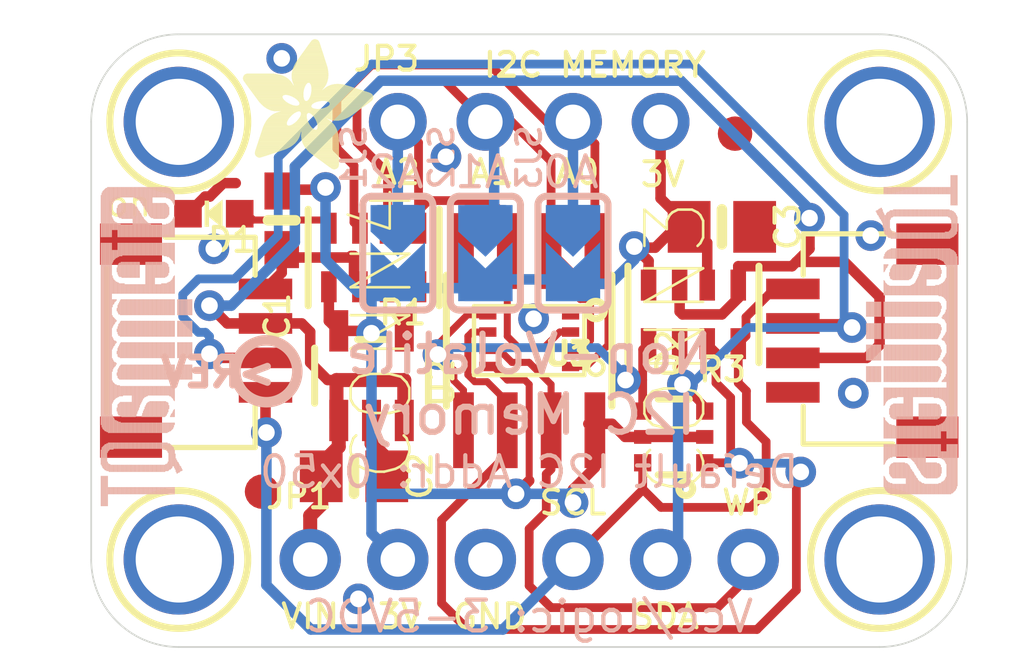
<source format=kicad_pcb>
(kicad_pcb (version 20211014) (generator pcbnew)
  (layers (0 "F.Cu" signal) (31 "B.Cu" signal) (34 "B.Paste" user) (35 "F.Paste" user) (36 "B.SilkS" user "B.Silkscreen") (37 "F.SilkS" user "F.Silkscreen") (38 "B.Mask" user) (39 "F.Mask" user) (44 "Edge.Cuts" user))
  (net 0 "")
  (net 1 "GND")
  (net 2 "SDA")
  (net 3 "SCL")
  (net 4 "SCL_3V")
  (net 5 "SDA_3V")
  (net 6 "3.3V")
  (net 7 "VCC")
  (net 8 "N$1")
  (net 9 "WP")
  (net 10 "A2")
  (net 11 "A1")
  (net 12 "A0")
  (footprint "boardEagle:0603-NO" (layer "F.Cu") (at 141.325599 101.5111 -90)
    (fp_text reference "C1" (at 2.032 0.127 90) (layer "F.SilkS") (effects (font (size 0.692831 0.692831) (thickness 0.119969)) (justify right)))
    (fp_text value "0.1uF")
    (pad "1" smd rect (at -0.85 0 270) (size 1.075 1) (layers "F.Cu" "F.Paste" "F.Mask") (net 6 "3.3V"))
    (pad "2" smd rect (at 0.85 0 270) (size 1.075 1) (layers "F.Cu" "F.Paste" "F.Mask") (net 1 "GND"))
  )
  (footprint "boardEagle:1X04_ROUND" (layer "F.Cu") (at 148.501099 98.6536)
    (fp_text reference "JP3" (at -5.1562 -1.8288) (layer "F.SilkS") (effects (font (size 0.692831 0.692831) (thickness 0.119969)) (justify left)))
    (fp_text value "")
    (pad "1" thru_hole circle (at -3.81 0 90) (size 1.6764 1.6764) (drill 1) (layers *.Cu *.Mask) (net 10 "A2"))
    (pad "2" thru_hole circle (at -1.27 0 90) (size 1.6764 1.6764) (drill 1) (layers *.Cu *.Mask) (net 11 "A1"))
    (pad "3" thru_hole circle (at 1.27 0 90) (size 1.6764 1.6764) (drill 1) (layers *.Cu *.Mask) (net 12 "A0"))
    (pad "4" thru_hole circle (at 3.81 0 90) (size 1.6764 1.6764) (drill 1) (layers *.Cu *.Mask) (net 6 "3.3V"))
  )
  (footprint "boardEagle:FIDUCIAL_1MM" (layer "F.Cu") (at 154.470099 98.9965)
    (fp_text reference "FID4" hide)
    (fp_text value "FIDUCIAL_1MM" hide)
    (pad "1" smd roundrect (at 0 0) (size 1 1) (layers "F.Cu" "F.Mask") (roundrect_rratio 0.5))
  )
  (footprint "boardEagle:MOUNTINGHOLE_2.5_PLATED" (layer "F.Cu") (at 158.661099 111.3536)
    (fp_text reference "U$21" hide)
    (fp_text value "MOUNTINGHOLE2.5" hide)
    (pad "P$1" thru_hole circle (at 0 0) (size 3.2 3.2) (drill 2.5) (layers *.Cu *.Mask))
  )
  (footprint "boardEagle:JST_SH4" (layer "F.Cu") (at 158.661099 105.0036 90)
    (fp_text reference "CONN3" (at -4.6 -5.9 90) (layer "F.SilkS") (effects (font (size 1.703222 1.703222) (thickness 0.074778)) (justify left)))
    (fp_text value "STEMMA_I2C_QT" hide)
    (pad "1" smd rect (at -1.5 -2.514 180) (size 1.55 0.6) (layers "F.Cu" "F.Paste" "F.Mask") (net 1 "GND"))
    (pad "2" smd rect (at -0.5 -2.514 180) (size 1.55 0.6) (layers "F.Cu" "F.Paste" "F.Mask") (net 7 "VCC"))
    (pad "3" smd rect (at 0.5 -2.514 180) (size 1.55 0.6) (layers "F.Cu" "F.Paste" "F.Mask") (net 2 "SDA"))
    (pad "4" smd rect (at 1.5 -2.514 180) (size 1.55 0.6) (layers "F.Cu" "F.Paste" "F.Mask") (net 3 "SCL"))
    (pad "MT1" smd rect (at -2.8 1.386 180) (size 1.8 1.2) (layers "F.Cu" "F.Paste" "F.Mask") (net 1 "GND"))
    (pad "MT2" smd rect (at 2.8 1.386 180) (size 1.8 1.2) (layers "F.Cu" "F.Paste" "F.Mask") (net 1 "GND"))
  )
  (footprint "boardEagle:MOUNTINGHOLE_2.5_PLATED" (layer "F.Cu") (at 138.341099 111.3536)
    (fp_text reference "U$19" hide)
    (fp_text value "MOUNTINGHOLE2.5" hide)
    (pad "P$1" thru_hole circle (at 0 0) (size 3.2 3.2) (drill 2.5) (layers *.Cu *.Mask))
  )
  (footprint "boardEagle:0805-NO" (layer "F.Cu") (at 154.089099 101.7016)
    (fp_text reference "C3" (at 1.905 -0.762 90) (layer "F.SilkS") (effects (font (size 0.692831 0.692831) (thickness 0.119969)) (justify right)))
    (fp_text value "10uF")
    (pad "1" smd rect (at -0.95 0) (size 1.24 1.5) (layers "F.Cu" "F.Paste" "F.Mask") (net 6 "3.3V"))
    (pad "2" smd rect (at 0.95 0) (size 1.24 1.5) (layers "F.Cu" "F.Paste" "F.Mask") (net 1 "GND"))
  )
  (footprint "boardEagle:MOUNTINGHOLE_2.5_PLATED" (layer "F.Cu") (at 138.341099 98.6536)
    (fp_text reference "U$1" hide)
    (fp_text value "MOUNTINGHOLE2.5" hide)
    (pad "P$1" thru_hole circle (at 0 0) (size 3.2 3.2) (drill 2.5) (layers *.Cu *.Mask))
  )
  (footprint "boardEagle:RESPACK_4X0603" (layer "F.Cu") (at 143.992599 102.5906 180)
    (fp_text reference "R1" (at -1.6 -1.6) (layer "F.SilkS") (effects (font (size 0.692831 0.692831) (thickness 0.119969)) (justify right)))
    (fp_text value "10K")
    (pad "1" smd rect (at -1.3 0.85 180) (size 0.45 0.9) (layers "F.Cu" "F.Paste" "F.Mask") (net 10 "A2"))
    (pad "2" smd rect (at -0.4 0.85 180) (size 0.45 0.9) (layers "F.Cu" "F.Paste" "F.Mask") (net 11 "A1"))
    (pad "3" smd rect (at 0.4 0.85 180) (size 0.45 0.9) (layers "F.Cu" "F.Paste" "F.Mask") (net 12 "A0"))
    (pad "4" smd rect (at 1.3 0.85 180) (size 0.45 0.9) (layers "F.Cu" "F.Paste" "F.Mask") (net 8 "N$1"))
    (pad "5" smd rect (at 1.3 -0.85 180) (size 0.45 0.9) (layers "F.Cu" "F.Paste" "F.Mask") (net 6 "3.3V"))
    (pad "6" smd rect (at 0.4 -0.85 180) (size 0.45 0.9) (layers "F.Cu" "F.Paste" "F.Mask") (net 1 "GND"))
    (pad "7" smd rect (at -0.4 -0.85 180) (size 0.45 0.9) (layers "F.Cu" "F.Paste" "F.Mask") (net 1 "GND"))
    (pad "8" smd rect (at -1.3 -0.85 180) (size 0.45 0.9) (layers "F.Cu" "F.Paste" "F.Mask") (net 1 "GND"))
  )
  (footprint "boardEagle:USON8" (layer "F.Cu") (at 148.501099 105.0036 180)
    (fp_text reference "U3" (at -1.905 -0.381) (layer "F.SilkS") (effects (font (size 0.64455 0.64455) (thickness 0.16825)) (justify right)))
    (fp_text value "Generic I2C EEPROM" hide)
    (pad "1" smd rect (at -1.2 -0.75 270) (size 0.275 0.5) (layers "F.Cu" "F.Paste" "F.Mask") (net 12 "A0"))
    (pad "2" smd rect (at -1.2 -0.25 270) (size 0.275 0.5) (layers "F.Cu" "F.Paste" "F.Mask") (net 11 "A1"))
    (pad "3" smd rect (at -1.2 0.25 270) (size 0.275 0.5) (layers "F.Cu" "F.Paste" "F.Mask") (net 10 "A2"))
    (pad "4" smd rect (at -1.2 0.75 270) (size 0.275 0.5) (layers "F.Cu" "F.Paste" "F.Mask") (net 1 "GND"))
    (pad "5" smd rect (at 1.2 0.75 270) (size 0.275 0.5) (layers "F.Cu" "F.Paste" "F.Mask") (net 5 "SDA_3V"))
    (pad "6" smd rect (at 1.2 0.25 270) (size 0.275 0.5) (layers "F.Cu" "F.Paste" "F.Mask") (net 4 "SCL_3V"))
    (pad "7" smd rect (at 1.2 -0.25 270) (size 0.275 0.5) (layers "F.Cu" "F.Paste" "F.Mask") (net 9 "WP"))
    (pad "8" smd rect (at 1.2 -0.75 270) (size 0.275 0.5) (layers "F.Cu" "F.Paste" "F.Mask") (net 6 "3.3V"))
  )
  (footprint "boardEagle:1X06_ROUND_70" (layer "F.Cu") (at 148.501099 111.3536)
    (fp_text reference "JP1" (at -7.6962 -1.8288) (layer "F.SilkS") (effects (font (size 0.692831 0.692831) (thickness 0.119969)) (justify left)))
    (fp_text value "")
    (pad "1" thru_hole circle (at -6.35 0 90) (size 1.778 1.778) (drill 1) (layers *.Cu *.Mask) (net 7 "VCC"))
    (pad "2" thru_hole circle (at -3.81 0 90) (size 1.778 1.778) (drill 1) (layers *.Cu *.Mask) (net 6 "3.3V"))
    (pad "3" thru_hole circle (at -1.27 0 90) (size 1.778 1.778) (drill 1) (layers *.Cu *.Mask) (net 1 "GND"))
    (pad "4" thru_hole circle (at 1.27 0 90) (size 1.778 1.778) (drill 1) (layers *.Cu *.Mask) (net 3 "SCL"))
    (pad "5" thru_hole circle (at 3.81 0 90) (size 1.778 1.778) (drill 1) (layers *.Cu *.Mask) (net 2 "SDA"))
    (pad "6" thru_hole circle (at 6.35 0 90) (size 1.778 1.778) (drill 1) (layers *.Cu *.Mask) (net 9 "WP"))
  )
  (footprint "boardEagle:FIDUCIAL_1MM" (layer "F.Cu") (at 140.754099 109.3851)
    (fp_text reference "FID3" hide)
    (fp_text value "FIDUCIAL_1MM" hide)
    (pad "1" smd roundrect (at 0 0) (size 1 1) (layers "F.Cu" "F.Mask") (roundrect_rratio 0.5))
  )
  (footprint "boardEagle:SOT363" (layer "F.Cu") (at 152.692099 107.7976 90)
    (fp_text reference "Q2" (at 1.651 -0.127 90) (layer "F.SilkS") (effects (font (size 0.692831 0.692831) (thickness 0.119969)) (justify left)))
    (fp_text value "BSS138")
    (pad "1" smd rect (at -0.75 0.9 90) (size 0.5 0.5) (layers "F.Cu" "F.Paste" "F.Mask") (net 4 "SCL_3V"))
    (pad "2" smd rect (at 0 0.9 90) (size 0.4 0.5) (layers "F.Cu" "F.Paste" "F.Mask") (net 6 "3.3V"))
    (pad "3" smd rect (at 0.75 0.9 90) (size 0.5 0.5) (layers "F.Cu" "F.Paste" "F.Mask") (net 2 "SDA"))
    (pad "4" smd rect (at 0.75 -0.9 90) (size 0.5 0.5) (layers "F.Cu" "F.Paste" "F.Mask") (net 5 "SDA_3V"))
    (pad "5" smd rect (at 0 -0.9 90) (size 0.4 0.5) (layers "F.Cu" "F.Paste" "F.Mask") (net 6 "3.3V"))
    (pad "6" smd rect (at -0.75 -0.9 90) (size 0.5 0.5) (layers "F.Cu" "F.Paste" "F.Mask") (net 3 "SCL"))
  )
  (footprint "boardEagle:MOUNTINGHOLE_2.5_PLATED" (layer "F.Cu") (at 158.661099 98.6536)
    (fp_text reference "U$17" hide)
    (fp_text value "MOUNTINGHOLE2.5" hide)
    (pad "P$1" thru_hole circle (at 0 0) (size 3.2 3.2) (drill 2.5) (layers *.Cu *.Mask))
  )
  (footprint "boardEagle:JST_SH4" (layer "F.Cu") (at 138.341099 105.0036 -90)
    (fp_text reference "CONN4" (at -4.6 -5.9 90) (layer "F.SilkS") (effects (font (size 1.703222 1.703222) (thickness 0.074778)) (justify right)))
    (fp_text value "STEMMA_I2C_QT" hide)
    (pad "1" smd rect (at -1.5 -2.514) (size 1.55 0.6) (layers "F.Cu" "F.Paste" "F.Mask") (net 1 "GND"))
    (pad "2" smd rect (at -0.5 -2.514) (size 1.55 0.6) (layers "F.Cu" "F.Paste" "F.Mask") (net 7 "VCC"))
    (pad "3" smd rect (at 0.5 -2.514) (size 1.55 0.6) (layers "F.Cu" "F.Paste" "F.Mask") (net 2 "SDA"))
    (pad "4" smd rect (at 1.5 -2.514) (size 1.55 0.6) (layers "F.Cu" "F.Paste" "F.Mask") (net 3 "SCL"))
    (pad "MT1" smd rect (at -2.8 1.386) (size 1.8 1.2) (layers "F.Cu" "F.Paste" "F.Mask") (net 1 "GND"))
    (pad "MT2" smd rect (at 2.8 1.386) (size 1.8 1.2) (layers "F.Cu" "F.Paste" "F.Mask") (net 1 "GND"))
  )
  (footprint "boardEagle:SOIC8_150MIL" (layer "F.Cu") (at 148.501099 105.0036 180)
    (fp_text reference "U1" (at -1.905 -0.381) (layer "F.SilkS") (effects (font (size 0.692831 0.692831) (thickness 0.119969)) (justify right)))
    (fp_text value "Generic I2C EEPROM")
    (pad "1" smd rect (at -1.905 2.6 180) (size 0.6 2.2) (layers "F.Cu" "F.Paste" "F.Mask") (net 12 "A0"))
    (pad "2" smd rect (at -0.635 2.6 180) (size 0.6 2.2) (layers "F.Cu" "F.Paste" "F.Mask") (net 11 "A1"))
    (pad "3" smd rect (at 0.635 2.6 180) (size 0.6 2.2) (layers "F.Cu" "F.Paste" "F.Mask") (net 10 "A2"))
    (pad "4" smd rect (at 1.905 2.6 180) (size 0.6 2.2) (layers "F.Cu" "F.Paste" "F.Mask") (net 1 "GND"))
    (pad "5" smd rect (at 1.905 -2.6 180) (size 0.6 2.2) (layers "F.Cu" "F.Paste" "F.Mask") (net 5 "SDA_3V"))
    (pad "6" smd rect (at 0.635 -2.6 180) (size 0.6 2.2) (layers "F.Cu" "F.Paste" "F.Mask") (net 4 "SCL_3V"))
    (pad "7" smd rect (at -0.635 -2.6 180) (size 0.6 2.2) (layers "F.Cu" "F.Paste" "F.Mask") (net 9 "WP"))
    (pad "8" smd rect (at -1.905 -2.6 180) (size 0.6 2.2) (layers "F.Cu" "F.Paste" "F.Mask") (net 6 "3.3V"))
  )
  (footprint "boardEagle:SOT23-5" (layer "F.Cu") (at 143.929099 106.0196)
    (fp_text reference "U2" (at 2.032 -0.562 90) (layer "F.SilkS") (effects (font (size 0.692831 0.692831) (thickness 0.119969)) (justify right)))
    (fp_text value "AP2112K-3.3")
    (pad "1" smd rect (at -0.95 1.3001) (size 0.55 1.2) (layers "F.Cu" "F.Paste" "F.Mask") (net 7 "VCC"))
    (pad "2" smd rect (at 0 1.3001) (size 0.55 1.2) (layers "F.Cu" "F.Paste" "F.Mask") (net 1 "GND"))
    (pad "3" smd rect (at 0.95 1.3001) (size 0.55 1.2) (layers "F.Cu" "F.Paste" "F.Mask") (net 7 "VCC"))
    (pad "4" smd rect (at 0.95 -1.3001) (size 0.55 1.2) (layers "F.Cu" "F.Paste" "F.Mask"))
    (pad "5" smd rect (at -0.95 -1.3001) (size 0.55 1.2) (layers "F.Cu" "F.Paste" "F.Mask") (net 6 "3.3V"))
  )
  (footprint "boardEagle:0805-NO" (layer "F.Cu") (at 143.421099 108.9406)
    (fp_text reference "C2" (at 1.905 -0.762 90) (layer "F.SilkS") (effects (font (size 0.692831 0.692831) (thickness 0.119969)) (justify right)))
    (fp_text value "10uF")
    (pad "1" smd rect (at -0.95 0) (size 1.24 1.5) (layers "F.Cu" "F.Paste" "F.Mask") (net 7 "VCC"))
    (pad "2" smd rect (at 0.95 0) (size 1.24 1.5) (layers "F.Cu" "F.Paste" "F.Mask") (net 1 "GND"))
  )
  (footprint "boardEagle:ADAFRUIT_3.5MM" (layer "F.Cu") (at 140.182599 100.0506)
    (fp_text reference "U$32" hide)
    (fp_text value "" hide)
  )
  (footprint "boardEagle:CHIPLED_0603_NOOUTLINE" (layer "F.Cu") (at 139.357099 101.3206 90)
    (fp_text reference "D1" (at -0.762 1.27) (layer "F.SilkS") (effects (font (size 0.692831 0.692831) (thickness 0.119969)) (justify right)))
    (fp_text value "GREEN")
    (pad "A" smd rect (at 0 0.75 90) (size 0.8 0.8) (layers "F.Cu" "F.Paste" "F.Mask") (net 8 "N$1"))
    (pad "C" smd rect (at 0 -0.75 90) (size 0.8 0.8) (layers "F.Cu" "F.Paste" "F.Mask") (net 1 "GND"))
  )
  (footprint "boardEagle:RESPACK_4X0603" (layer "F.Cu") (at 153.263599 104.2416 180)
    (fp_text reference "R3" (at -1.6 -1.6) (layer "F.SilkS") (effects (font (size 0.692831 0.692831) (thickness 0.119969)) (justify right)))
    (fp_text value "10K")
    (pad "1" smd rect (at -1.3 0.85 180) (size 0.45 0.9) (layers "F.Cu" "F.Paste" "F.Mask") (net 7 "VCC"))
    (pad "2" smd rect (at -0.4 0.85 180) (size 0.45 0.9) (layers "F.Cu" "F.Paste" "F.Mask") (net 6 "3.3V"))
    (pad "3" smd rect (at 0.4 0.85 180) (size 0.45 0.9) (layers "F.Cu" "F.Paste" "F.Mask") (net 7 "VCC"))
    (pad "4" smd rect (at 1.3 0.85 180) (size 0.45 0.9) (layers "F.Cu" "F.Paste" "F.Mask") (net 6 "3.3V"))
    (pad "5" smd rect (at 1.3 -0.85 180) (size 0.45 0.9) (layers "F.Cu" "F.Paste" "F.Mask") (net 5 "SDA_3V"))
    (pad "6" smd rect (at 0.4 -0.85 180) (size 0.45 0.9) (layers "F.Cu" "F.Paste" "F.Mask") (net 2 "SDA"))
    (pad "7" smd rect (at -0.4 -0.85 180) (size 0.45 0.9) (layers "F.Cu" "F.Paste" "F.Mask") (net 4 "SCL_3V"))
    (pad "8" smd rect (at -1.3 -0.85 180) (size 0.45 0.9) (layers "F.Cu" "F.Paste" "F.Mask") (net 3 "SCL"))
  )
  (footprint "boardEagle:PCBFEAT-REV-040" (layer "B.Cu") (at 140.881099 105.8926 180)
    (fp_text reference "U$25" hide)
    (fp_text value "" hide)
    (fp_text user ">REV" (at -0.3556 -0.508) (layer "B.SilkS") (effects (font (size 0.8128 0.8128) (thickness 0.2032)) (justify left bottom mirror)))
  )
  (footprint "boardEagle:SOLDERJUMPER_ARROW_NOPASTE" (layer "B.Cu") (at 147.231099 102.4636 -90)
    (fp_text reference "SJ2" (at -1.778 1.27 -270) (layer "B.SilkS") (effects (font (size 0.692831 0.692831) (thickness 0.119969)) (justify right mirror)))
    (fp_text value "")
    (fp_poly (pts (xy 0.106121 -0.002663) (xy -0.679416 -0.7882) (xy -1.3946 -0.7882) (xy -1.3946 0.7882) (xy -0.62715 0.7882)) (layer "B.Cu") (width 0) (fill solid))
    (fp_poly (pts (xy 1.3946 -0.7882) (xy -0.315893 -0.7882) (xy 0.443148 0) (xy -0.315893 0.7882) (xy 1.3946 0.7882)) (layer "B.Cu") (width 0) (fill solid))
    (pad "1" smd roundrect (at -1.016 0 270) (size 0.762 1.524) (layers "B.Cu") (net 11 "A1"))
    (pad "2" smd roundrect (at 1.016 0 270) (size 0.762 1.524) (layers "B.Cu") (net 6 "3.3V"))
  )
  (footprint "boardEagle:SOLDERJUMPER_ARROW_NOPASTE" (layer "B.Cu") (at 149.771099 102.4636 -90)
    (fp_text reference "SJ3" (at -1.778 1.27 -270) (layer "B.SilkS") (effects (font (size 0.692831 0.692831) (thickness 0.119969)) (justify right mirror)))
    (fp_text value "")
    (fp_poly (pts (xy 1.3946 -0.7882) (xy -0.315893 -0.7882) (xy 0.443148 0) (xy -0.315893 0.7882) (xy 1.3946 0.7882)) (layer "B.Cu") (width 0) (fill solid))
    (fp_poly (pts (xy 0.106121 -0.002663) (xy -0.679416 -0.7882) (xy -1.3946 -0.7882) (xy -1.3946 0.7882) (xy -0.62715 0.7882)) (layer "B.Cu") (width 0) (fill solid))
    (pad "1" smd roundrect (at -1.016 0 270) (size 0.762 1.524) (layers "B.Cu") (net 12 "A0"))
    (pad "2" smd roundrect (at 1.016 0 270) (size 0.762 1.524) (layers "B.Cu") (net 6 "3.3V"))
  )
  (footprint "boardEagle:STEMMAQT" (layer "B.Cu") (at 138.722099 100.5586 -90)
    (fp_text reference "U$31" hide)
    (fp_text value "" hide)
  )
  (footprint "boardEagle:SOLDERJUMPER_ARROW_NOPASTE" (layer "B.Cu") (at 144.691099 102.4636 -90)
    (fp_text reference "SJ1" (at -1.778 1.27 -270) (layer "B.SilkS") (effects (font (size 0.692831 0.692831) (thickness 0.119969)) (justify right mirror)))
    (fp_text value "")
    (fp_poly (pts (xy 1.3946 -0.7882) (xy -0.315893 -0.7882) (xy 0.443148 0) (xy -0.315893 0.7882) (xy 1.3946 0.7882)) (layer "B.Cu") (width 0) (fill solid))
    (fp_poly (pts (xy 0.106121 -0.002663) (xy -0.679416 -0.7882) (xy -1.3946 -0.7882) (xy -1.3946 0.7882) (xy -0.62715 0.7882)) (layer "B.Cu") (width 0) (fill solid))
    (pad "1" smd roundrect (at -1.016 0 270) (size 0.762 1.524) (layers "B.Cu") (net 10 "A2"))
    (pad "2" smd roundrect (at 1.016 0 270) (size 0.762 1.524) (layers "B.Cu") (net 6 "3.3V"))
  )
  (footprint "boardEagle:STEMMAQT" (layer "B.Cu") (at 158.280099 109.4486 90)
    (fp_text reference "U$30" hide)
    (fp_text value "" hide)
  )
  (gr_arc (start 138.3411 113.893599) (mid 136.545048 113.149651) (end 135.801099 111.3536) (layer "Edge.Cuts") (width 0.05))
  (gr_arc (start 161.2011 111.353599) (mid 160.457151 113.149651) (end 158.661099 113.8936) (layer "Edge.Cuts") (width 0.05))
  (gr_line (start 161.201099 111.3536) (end 161.201099 98.6536) (layer "Edge.Cuts") (width 0.05))
  (gr_line (start 158.661099 96.1136) (end 138.341099 96.1136) (layer "Edge.Cuts") (width 0.05))
  (gr_arc (start 135.801099 98.6536) (mid 136.545048 96.857549) (end 138.341099 96.1136) (layer "Edge.Cuts") (width 0.05))
  (gr_arc (start 158.661099 96.1136) (mid 160.45715 96.857549) (end 161.201099 98.6536) (layer "Edge.Cuts") (width 0.05))
  (gr_line (start 138.341099 113.8936) (end 158.661099 113.8936) (layer "Edge.Cuts") (width 0.05))
  (gr_line (start 135.801099 98.6536) (end 135.801099 111.3536) (layer "Edge.Cuts") (width 0.05))
  (gr_text "A1" (at 147.167599 100.1141) (layer "B.SilkS") (effects (font (size 0.89408 0.89408) (thickness 0.12192)) (justify mirror)))
  (gr_text "Non-Volatile\nI2C Memory" (at 148.501099 106.2736) (layer "B.SilkS") (effects (font (size 1.0922 1.0922) (thickness 0.1778)) (justify mirror)))
  (gr_text "Default I2C Addr: 0x50" (at 148.501099 108.8136) (layer "B.SilkS") (effects (font (size 0.89408 0.89408) (thickness 0.12192)) (justify mirror)))
  (gr_text "A2" (at 144.627599 100.1141) (layer "B.SilkS") (effects (font (size 0.89408 0.89408) (thickness 0.12192)) (justify mirror)))
  (gr_text "A0" (at 149.707599 100.1141) (layer "B.SilkS") (effects (font (size 0.89408 0.89408) (thickness 0.12192)) (justify mirror)))
  (gr_text "Vcc/logic: 3-5VDC" (at 148.501099 113.0046) (layer "B.SilkS") (effects (font (size 0.89408 0.89408) (thickness 0.12192)) (justify mirror)))
  (gr_text "3V" (at 152.374599 100.1776) (layer "F.SilkS") (effects (font (size 0.699008 0.699008) (thickness 0.113792))))
  (gr_text "3V" (at 144.754599 113.0046) (layer "F.SilkS") (effects (font (size 0.699008 0.699008) (thickness 0.113792))))
  (gr_text "A2" (at 144.691099 100.1141) (layer "F.SilkS") (effects (font (size 0.699008 0.699008) (thickness 0.113792))))
  (gr_text "A0" (at 149.898099 100.1141) (layer "F.SilkS") (effects (font (size 0.699008 0.699008) (thickness 0.113792))))
  (gr_text "VIN" (at 142.151099 113.0046) (layer "F.SilkS") (effects (font (size 0.699008 0.699008) (thickness 0.113792))))
  (gr_text "GND" (at 147.358099 113.0046) (layer "F.SilkS") (effects (font (size 0.699008 0.699008) (thickness 0.113792))))
  (gr_text "WP" (at 154.851099 109.7026) (layer "F.SilkS") (effects (font (size 0.699008 0.699008) (thickness 0.113792))))
  (gr_text "I2C MEMORY" (at 150.406099 97.0026) (layer "F.SilkS") (effects (font (size 0.69088 0.69088) (thickness 0.12192))))
  (gr_text "A1" (at 147.421599 100.1141) (layer "F.SilkS") (effects (font (size 0.699008 0.699008) (thickness 0.113792))))
  (gr_text "SCL" (at 149.771099 109.7026) (layer "F.SilkS") (effects (font (size 0.699008 0.699008) (thickness 0.113792))))
  (gr_text "on" (at 136.182099 101.4476) (layer "F.SilkS") (effects (font (size 0.715264 0.715264) (thickness 0.097536)) (justify left bottom)))
  (gr_text "SDA" (at 152.438099 113.0046) (layer "F.SilkS") (effects (font (size 0.699008 0.699008) (thickness 0.113792))))
  (segment (start 144.371099 108.4326) (end 144.371099 108.9406) (width 0.4064) (layer "F.Cu") (net 1))
  (segment (start 143.294099 102.5906) (end 143.338499 102.5462) (width 0.3048) (layer "F.Cu") (net 1))
  (segment (start 139.105699 100.822) (end 139.239281 100.822) (width 0.3048) (layer "F.Cu") (net 1))
  (segment (start 138.607099 101.3206) (end 139.105699 100.822) (width 0.3048) (layer "F.Cu") (net 1))
  (segment (start 139.629681 100.4316) (end 139.992099 100.4316) (width 0.3048) (layer "F.Cu") (net 1))
  (segment (start 141.555099 102.5906) (end 143.294099 102.5906) (width 0.3048) (layer "F.Cu") (net 1))
  (segment (start 144.371099 108.4326) (end 143.929099 107.9906) (width 0.4064) (layer "F.Cu") (net 1))
  (segment (start 141.325599 102.3611) (end 141.325599 103.0331) (width 0.3048) (layer "F.Cu") (net 1))
  (segment (start 143.338499 102.5462) (end 143.421099 102.5462) (width 0.3048) (layer "F.Cu") (net 1))
  (segment (start 143.421099 103.2691) (end 143.592599 103.4406) (width 0.3048) (layer "F.Cu") (net 1))
  (segment (start 143.929099 107.3197) (end 143.929099 107.9906) (width 0.4064) (layer "F.Cu") (net 1))
  (segment (start 143.421099 102.5462) (end 143.421099 103.2691) (width 0.3048) (layer "F.Cu") (net 1))
  (segment (start 139.239281 100.822) (end 139.629681 100.4316) (width 0.3048) (layer "F.Cu") (net 1))
  (segment (start 141.325599 103.0331) (end 140.855099 103.5036) (width 0.3048) (layer "F.Cu") (net 1))
  (segment (start 141.325599 102.3611) (end 141.555099 102.5906) (width 0.3048) (layer "F.Cu") (net 1))
  (via (at 143.548099 112.4966) (size 0.889) (drill 0.4826) (layers "F.Cu" "B.Cu") (net 1))
  (via (at 148.628099 104.3686) (size 0.889) (drill 0.4826) (layers "F.Cu" "B.Cu") (net 1))
  (via (at 141.325599 96.8121) (size 0.889) (drill 0.4826) (layers "F.Cu" "B.Cu") (net 1))
  (via (at 158.407099 101.9556) (size 0.889) (drill 0.4826) (layers "F.Cu" "B.Cu") (net 1))
  (via (at 139.357099 102.3366) (size 0.889) (drill 0.4826) (layers "F.Cu" "B.Cu") (net 1))
  (via (at 146.088099 99.6696) (size 0.889) (drill 0.4826) (layers "F.Cu" "B.Cu") (net 1))
  (via (at 157.899099 106.5276) (size 0.889) (drill 0.4826) (layers "F.Cu" "B.Cu") (net 1))
  (segment (start 152.945599 106.2741) (end 152.863599 106.1921) (width 0.254) (layer "F.Cu") (net 2))
  (segment (start 140.855099 105.5036) (end 139.349099 105.5036) (width 0.3048) (layer "F.Cu") (net 2))
  (segment (start 139.230099 105.3846) (end 139.349099 105.5036) (width 0.3048) (layer "F.Cu") (net 2))
  (segment (start 153.592099 106.9206) (end 152.945599 106.2741) (width 0.254) (layer "F.Cu") (net 2))
  (segment (start 156.147099 104.5036) (end 157.741999 104.5036) (width 0.254) (layer "F.Cu") (net 2))
  (segment (start 153.592099 107.0476) (end 153.592099 106.9206) (width 0.254) (layer "F.Cu") (net 2))
  (segment (start 157.741999 104.5036) (end 157.860999 104.6226) (width 0.254) (layer "F.Cu") (net 2))
  (segment (start 152.863599 105.0916) (end 152.863599 106.1921) (width 0.254) (layer "F.Cu") (net 2))
  (via (at 139.230099 105.3846) (size 0.889) (drill 0.4826) (layers "F.Cu" "B.Cu") (net 2))
  (via (at 152.945599 106.2741) (size 0.889) (drill 0.4826) (layers "F.Cu" "B.Cu") (net 2))
  (via (at 157.860999 104.6226) (size 0.889) (drill 0.4826) (layers "F.Cu" "B.Cu") (net 2))
  (segment (start 153.254292 96.9772) (end 143.933205 96.9772) (width 0.254) (layer "B.Cu") (net 2))
  (segment (start 152.945599 106.2741) (end 153.199599 106.2741) (width 0.254) (layer "B.Cu") (net 2))
  (segment (start 139.230099 105.3846) (end 139.230099 104.8766) (width 0.254) (layer "B.Cu") (net 2))
  (segment (start 141.223999 101.9462) (end 141.223999 99.686407) (width 0.254) (layer "B.Cu") (net 2))
  (segment (start 154.851099 104.6226) (end 153.199599 106.2741) (width 0.254) (layer "B.Cu") (net 2))
  (segment (start 157.819505 104.6226) (end 157.632399 104.435494) (width 0.254) (layer "B.Cu") (net 2))
  (segment (start 138.909206 104.7623) (end 138.455399 104.308494) (width 0.254) (layer "B.Cu") (net 2))
  (segment (start 154.851099 104.6226) (end 157.860999 104.6226) (width 0.254) (layer "B.Cu") (net 2))
  (segment (start 138.455399 103.666707) (end 138.909206 103.2129) (width 0.254) (layer "B.Cu") (net 2))
  (segment (start 152.945599 106.2741) (end 152.818599 106.4011) (width 0.3048) (layer "B.Cu") (net 2))
  (segment (start 157.632399 101.355307) (end 157.632399 104.435494) (width 0.254) (layer "B.Cu") (net 2))
  (segment (start 139.957299 103.2129) (end 141.223999 101.9462) (width 0.254) (layer "B.Cu") (net 2))
  (segment (start 138.455399 104.308494) (end 138.455399 103.666707) (width 0.254) (layer "B.Cu") (net 2))
  (segment (start 153.254292 96.9772) (end 157.632399 101.355307) (width 0.254) (layer "B.Cu") (net 2))
  (segment (start 138.909206 103.2129) (end 139.957299 103.2129) (width 0.254) (layer "B.Cu") (net 2))
  (segment (start 152.818599 106.4011) (end 152.818599 110.8461) (width 0.3048) (layer "B.Cu") (net 2))
  (segment (start 139.230099 104.8766) (end 139.115799 104.7623) (width 0.254) (layer "B.Cu") (net 2))
  (segment (start 139.115799 104.7623) (end 138.909206 104.7623) (width 0.254) (layer "B.Cu") (net 2))
  (segment (start 157.860999 104.6226) (end 157.819505 104.6226) (width 0.254) (layer "B.Cu") (net 2))
  (segment (start 152.818599 110.8461) (end 152.311099 111.3536) (width 0.3048) (layer "B.Cu") (net 2))
  (segment (start 141.223999 99.686407) (end 143.933205 96.9772) (width 0.254) (layer "B.Cu") (net 2))
  (segment (start 154.563599 105.0916) (end 154.563599 106.228519) (width 0.254) (layer "F.Cu") (net 3))
  (segment (start 140.881099 107.6706) (end 140.855099 107.6446) (width 0.3048) (layer "F.Cu") (net 3))
  (segment (start 154.563599 105.0916) (end 154.787899 104.8673) (width 0.254) (layer "F.Cu") (net 3))
  (segment (start 151.792099 108.5476) (end 151.792099 109.3326) (width 0.254) (layer "F.Cu") (net 3))
  (segment (start 154.917992 109.8423) (end 152.323799 109.8423) (width 0.254) (layer "F.Cu") (net 3))
  (segment (start 140.855099 106.5036) (end 140.855099 107.6446) (width 0.3048) (layer "F.Cu") (net 3))
  (segment (start 151.803099 109.3216) (end 151.792099 109.3326) (width 0.254) (layer "F.Cu") (net 3))
  (segment (start 151.792099 109.3326) (end 149.771099 111.3536) (width 0.254) (layer "F.Cu") (net 3))
  (segment (start 155.371799 109.388493) (end 154.917992 109.8423) (width 0.254) (layer "F.Cu") (net 3))
  (segment (start 154.787899 104.8673) (end 154.787899 104.320825) (width 0.254) (layer "F.Cu") (net 3))
  (segment (start 154.563599 106.228519) (end 154.800299 106.465219) (width 0.254) (layer "F.Cu") (net 3))
  (segment (start 155.605124 103.5036) (end 156.147099 103.5036) (width 0.254) (layer "F.Cu") (net 3))
  (segment (start 154.800299 106.465219) (end 154.800299 107.3658) (width 0.254) (layer "F.Cu") (net 3))
  (segment (start 154.800299 107.3658) (end 155.371799 107.9373) (width 0.254) (layer "F.Cu") (net 3))
  (segment (start 152.323799 109.8423) (end 151.803099 109.3216) (width 0.254) (layer "F.Cu") (net 3))
  (segment (start 154.787899 104.320825) (end 155.605124 103.5036) (width 0.254) (layer "F.Cu") (net 3))
  (segment (start 155.371799 107.9373) (end 155.371799 109.388493) (width 0.254) (layer "F.Cu") (net 3))
  (via (at 140.881099 107.6706) (size 0.889) (drill 0.4826) (layers "F.Cu" "B.Cu") (net 3))
  (segment (start 147.739099 113.3856) (end 149.771099 111.3536) (width 0.3048) (layer "B.Cu") (net 3))
  (segment (start 142.168967 113.3856) (end 147.739099 113.3856) (width 0.3048) (layer "B.Cu") (net 3))
  (segment (start 140.881099 107.6706) (end 140.881099 112.097731) (width 0.3048) (layer "B.Cu") (net 3))
  (segment (start 140.881099 112.097731) (end 142.168967 113.3856) (width 0.3048) (layer "B.Cu") (net 3))
  (segment (start 153.663599 105.0916) (end 153.917599 105.3456) (width 0.254) (layer "F.Cu") (net 4))
  (segment (start 155.105099 113.3856) (end 156.248099 112.2426) (width 0.254) (layer "F.Cu") (net 4))
  (segment (start 154.228099 108.5476) (end 154.343099 108.4326) (width 0.254) (layer "F.Cu") (net 4))
  (segment (start 154.343099 108.4326) (end 154.343099 108.3056) (width 0.254) (layer "F.Cu") (net 4))
  (segment (start 156.248099 112.2426) (end 156.248099 108.9406) (width 0.254) (layer "F.Cu") (net 4))
  (segment (start 153.917599 105.3456) (end 153.917599 106.2291) (width 0.254) (layer "F.Cu") (net 4))
  (segment (start 153.917599 106.2291) (end 154.343099 106.6546) (width 0.254) (layer "F.Cu") (net 4))
  (segment (start 145.961099 112.6236) (end 146.723099 113.3856) (width 0.254) (layer "F.Cu") (net 4))
  (segment (start 147.866099 107.6036) (end 147.866099 108.3056) (width 0.254) (layer "F.Cu") (net 4))
  (segment (start 146.723099 104.8766) (end 146.723099 105.99415) (width 0.2032) (layer "F.Cu") (net 4))
  (segment (start 147.866099 106.7816) (end 147.866099 107.6036) (width 0.2032) (layer "F.Cu") (net 4))
  (segment (start 146.846099 104.7536) (end 146.723099 104.8766) (width 0.2032) (layer "F.Cu") (net 4))
  (segment (start 147.280399 106.1959) (end 147.866099 106.7816) (width 0.2032) (layer "F.Cu") (net 4))
  (segment (start 146.723099 113.3856) (end 155.105099 113.3856) (width 0.254) (layer "F.Cu") (net 4))
  (segment (start 146.924849 106.1959) (end 147.280399 106.1959) (width 0.2032) (layer "F.Cu") (net 4))
  (segment (start 147.301099 104.7536) (end 146.846099 104.7536) (width 0.2032) (layer "F.Cu") (net 4))
  (segment (start 154.343099 108.3056) (end 154.343099 106.6546) (width 0.254) (layer "F.Cu") (net 4))
  (segment (start 146.723099 105.99415) (end 146.924849 106.1959) (width 0.2032) (layer "F.Cu") (net 4))
  (segment (start 147.866099 108.3056) (end 145.961099 110.2106) (width 0.254) (layer "F.Cu") (net 4))
  (segment (start 154.597099 108.5596) (end 154.343099 108.3056) (width 0.254) (layer "F.Cu") (net 4))
  (segment (start 153.592099 108.5476) (end 154.228099 108.5476) (width 0.254) (layer "F.Cu") (net 4))
  (segment (start 145.961099 110.2106) (end 145.961099 112.6236) (width 0.254) (layer "F.Cu") (net 4))
  (segment (start 156.248099 108.9406) (end 156.375099 108.8136) (width 0.254) (layer "F.Cu") (net 4))
  (via (at 156.375099 108.8136) (size 0.889) (drill 0.4826) (layers "F.Cu" "B.Cu") (net 4))
  (via (at 154.597099 108.5596) (size 0.889) (drill 0.4826) (layers "F.Cu" "B.Cu") (net 4))
  (segment (start 156.121099 108.5596) (end 154.597099 108.5596) (width 0.254) (layer "B.Cu") (net 4))
  (segment (start 156.375099 108.8136) (end 156.121099 108.5596) (width 0.254) (layer "B.Cu") (net 4))
  (segment (start 151.963599 105.0916) (end 151.792099 105.2631) (width 0.254) (layer "F.Cu") (net 5))
  (segment (start 146.596099 106.441888) (end 146.316699 106.162488) (width 0.2032) (layer "F.Cu") (net 5))
  (segment (start 146.596099 107.6036) (end 146.596099 106.441888) (width 0.2032) (layer "F.Cu") (net 5))
  (segment (start 151.792099 106.1466) (end 151.792099 107.0476) (width 0.254) (layer "F.Cu") (net 5))
  (segment (start 147.301099 104.2536) (end 146.711099 104.2536) (width 0.2032) (layer "F.Cu") (net 5))
  (segment (start 146.316699 105.8672) (end 145.856042 105.406544) (width 0.2032) (layer "F.Cu") (net 5))
  (segment (start 146.316699 106.162488) (end 146.316699 105.8672) (width 0.2032) (layer "F.Cu") (net 5))
  (segment (start 151.295099 106.1466) (end 151.792099 106.1466) (width 0.254) (layer "F.Cu") (net 5))
  (segment (start 146.711099 104.2536) (end 145.856042 105.108657) (width 0.2032) (layer "F.Cu") (net 5))
  (segment (start 151.792099 105.2631) (end 151.792099 106.1466) (width 0.254) (layer "F.Cu") (net 5))
  (segment (start 145.856042 105.108657) (end 145.856042 105.406544) (width 0.2032) (layer "F.Cu") (net 5))
  (via (at 145.856042 105.406544) (size 0.889) (drill 0.4826) (layers "F.Cu" "B.Cu") (net 5))
  (via (at 151.295099 106.1466) (size 0.889) (drill 0.4826) (layers "F.Cu" "B.Cu") (net 5))
  (segment (start 145.856042 105.406544) (end 146.055786 105.2068) (width 0.254) (layer "B.Cu") (net 5))
  (segment (start 150.482299 105.2068) (end 146.055786 105.2068) (width 0.254) (layer "B.Cu") (net 5))
  (segment (start 151.295099 106.1466) (end 151.295099 106.0196) (width 0.254) (layer "B.Cu") (net 5))
  (segment (start 151.295099 106.0196) (end 150.482299 105.2068) (width 0.254) (layer "B.Cu") (net 5))
  (segment (start 151.963599 103.3916) (end 151.963599 102.6876) (width 0.3048) (layer "F.Cu") (net 6))
  (segment (start 148.374099 106.1466) (end 148.501099 106.2736) (width 0.2032) (layer "F.Cu") (net 6))
  (segment (start 143.860899 104.7195) (end 143.929099 104.7877) (width 0.3048) (layer "F.Cu") (net 6))
  (segment (start 149.771099 109.3216) (end 149.771099 109.7026) (width 0.3048) (layer "F.Cu") (net 6))
  (segment (start 151.284099 107.7976) (end 150.903099 107.4166) (width 0.3048) (layer "F.Cu") (net 6))
  (segment (start 151.963599 102.6876) (end 151.580849 102.30485) (width 0.3048) (layer "F.Cu") (net 6))
  (segment (start 150.219099 107.4166) (end 150.406099 107.6036) (width 0.3048) (layer "F.Cu") (net 6))
  (segment (start 148.501099 106.2736) (end 148.501099 109.0676) (width 0.2032) (layer "F.Cu") (net 6))
  (segment (start 150.903099 107.4166) (end 150.219099 107.4166) (width 0.3048) (layer "F.Cu") (net 6))
  (segment (start 151.580849 102.30485) (end 151.549099 102.2731) (width 0.3048) (layer "F.Cu") (net 6))
  (segment (start 150.406099 107.6036) (end 150.406099 108.6866) (width 0.3048) (layer "F.Cu") (net 6))
  (segment (start 141.325599 100.6611) (end 141.364599 100.6221) (width 0.3048) (layer "F.Cu") (net 6))
  (segment (start 142.532099 100.6221) (end 141.364599 100.6221) (width 0.3048) (layer "F.Cu") (net 6))
  (segment (start 142.595599 100.5586) (end 142.532099 100.6221) (width 0.3048) (layer "F.Cu") (net 6))
  (segment (start 153.663599 103.3916) (end 153.663599 102.1651) (width 0.3048) (layer "F.Cu") (net 6))
  (segment (start 150.406099 108.6866) (end 149.771099 109.3216) (width 0.3048) (layer "F.Cu") (net 6))
  (segment (start 153.169599 101.6711) (end 152.979099 101.4806) (width 0.3048) (layer "F.Cu") (net 6))
  (segment (start 142.692599 103.4406) (end 142.692599 104.433) (width 0.3048) (layer "F.Cu") (net 6))
  (segment (start 147.866095 106.146597) (end 148.374099 106.1466) (width 0.2032) (layer "F.Cu") (net 6))
  (segment (start 153.663599 102.1651) (end 153.169599 101.6711) (width 0.3048) (layer "F.Cu") (net 6))
  (segment (start 147.301099 105.7536) (end 147.473099 105.7536) (width 0.2032) (layer "F.Cu") (net 6))
  (segment (start 152.311099 98.6536) (end 152.311099 100.8736) (width 0.3048) (layer "F.Cu") (net 6))
  (segment (start 142.692599 104.433) (end 142.979099 104.7195) (width 0.3048) (layer "F.Cu") (net 6))
  (segment (start 152.979099 101.4806) (end 152.154849 102.30485) (width 0.3048) (layer "F.Cu") (net 6))
  (segment (start 147.473099 105.7536) (end 147.866095 106.146597) (width 0.2032) (layer "F.Cu") (net 6))
  (segment (start 152.311099 100.8736) (end 153.139099 101.7016) (width 0.3048) (layer "F.Cu") (net 6))
  (segment (start 142.979099 104.7195) (end 143.860899 104.7195) (width 0.3048) (layer "F.Cu") (net 6))
  (segment (start 148.501099 109.0676) (end 148.120099 109.4486) (width 0.3048) (layer "F.Cu") (net 6))
  (segment (start 153.139099 101.7016) (end 153.169599 101.6711) (width 0.3048) (layer "F.Cu") (net 6))
  (segment (start 151.792099 107.7976) (end 151.284099 107.7976) (width 0.3048) (layer "F.Cu") (net 6))
  (segment (start 151.792099 107.7976) (end 153.592099 107.7976) (width 0.3048) (layer "F.Cu") (net 6))
  (segment (start 152.154849 102.30485) (end 151.580849 102.30485) (width 0.3048) (layer "F.Cu") (net 6))
  (via (at 143.929099 104.7877) (size 0.889) (drill 0.4826) (layers "F.Cu" "B.Cu") (net 6))
  (via (at 149.771099 109.7026) (size 0.889) (drill 0.4826) (layers "F.Cu" "B.Cu") (net 6))
  (via (at 148.120099 109.4486) (size 0.889) (drill 0.4826) (layers "F.Cu" "B.Cu") (net 6))
  (via (at 151.549099 102.2731) (size 0.889) (drill 0.4826) (layers "F.Cu" "B.Cu") (net 6))
  (via (at 142.595599 100.5586) (size 0.889) (drill 0.4826) (layers "F.Cu" "B.Cu") (net 6))
  (segment (start 149.771099 109.7026) (end 149.517099 109.4486) (width 0.3048) (layer "B.Cu") (net 6))
  (segment (start 143.929099 109.5121) (end 143.929099 104.7877) (width 0.3048) (layer "B.Cu") (net 6))
  (segment (start 143.992599 109.4486) (end 143.929099 109.5121) (width 0.3048) (layer "B.Cu") (net 6))
  (segment (start 147.231099 103.4796) (end 144.691099 103.4796) (width 0.3048) (layer "B.Cu") (net 6))
  (segment (start 149.517099 109.4486) (end 148.120099 109.4486) (width 0.3048) (layer "B.Cu") (net 6))
  (segment (start 144.691099 103.4796) (end 143.929099 103.4796) (width 0.3048) (layer "B.Cu") (net 6))
  (segment (start 150.850599 103.3526) (end 149.898099 103.3526) (width 0.3048) (layer "B.Cu") (net 6))
  (segment (start 143.548099 103.6066) (end 143.929099 103.6066) (width 0.3048) (layer "B.Cu") (net 6))
  (segment (start 149.517099 103.2256) (end 149.644099 103.3526) (width 0.3048) (layer "B.Cu") (net 6))
  (segment (start 149.771099 103.4796) (end 149.644099 103.3526) (width 0.3048) (layer "B.Cu") (net 6))
  (segment (start 151.549099 102.6541) (end 150.850599 103.3526) (width 0.3048) (layer "B.Cu") (net 6))
  (segment (start 147.231099 103.4796) (end 147.485099 103.2256) (width 0.3048) (layer "B.Cu") (net 6))
  (segment (start 147.485099 103.2256) (end 149.517099 103.2256) (width 0.3048) (layer "B.Cu") (net 6))
  (segment (start 149.898099 103.3526) (end 149.644099 103.3526) (width 0.3048) (layer "B.Cu") (net 6))
  (segment (start 144.691099 111.3536) (end 143.929099 110.5916) (width 0.3048) (layer "B.Cu") (net 6))
  (segment (start 143.929099 103.6066) (end 143.929099 104.7877) (width 0.3048) (layer "B.Cu") (net 6))
  (segment (start 142.595599 100.5586) (end 142.595599 102.6541) (width 0.3048) (layer "B.Cu") (net 6))
  (segment (start 143.929099 103.4796) (end 143.929099 103.6066) (width 0.3048) (layer "B.Cu") (net 6))
  (segment (start 143.929099 110.5916) (end 143.929099 109.5121) (width 0.3048) (layer "B.Cu") (net 6))
  (segment (start 148.120099 109.4486) (end 143.992599 109.4486) (width 0.3048) (layer "B.Cu") (net 6))
  (segment (start 142.595599 102.6541) (end 143.548099 103.6066) (width 0.3048) (layer "B.Cu") (net 6))
  (segment (start 149.771099 103.4796) (end 149.898099 103.3526) (width 0.3048) (layer "B.Cu") (net 6))
  (segment (start 151.549099 102.6541) (end 151.549099 102.2731) (width 0.3048) (layer "B.Cu") (net 6))
  (segment (start 142.913099 107.2537) (end 142.979099 107.3197) (width 0.4064) (layer "F.Cu") (net 7))
  (segment (start 144.879099 107.3197) (end 144.879099 106.1466) (width 0.4064) (layer "F.Cu") (net 7))
  (segment (start 154.563599 103.3916) (end 154.563599 102.8446) (width 0.3048) (layer "F.Cu") (net 7))
  (segment (start 154.089099 104.2416) (end 154.563599 103.7671) (width 0.3048) (layer "F.Cu") (net 7))
  (segment (start 142.471099 108.9406) (end 142.471099 108.5897) (width 0.4064) (layer "F.Cu") (net 7))
  (segment (start 156.629099 102.3366) (end 156.248099 102.7176) (width 0.3048) (layer "F.Cu") (net 7))
  (segment (start 142.471099 109.7636) (end 142.471099 108.9406) (width 0.4064) (layer "F.Cu") (net 7))
  (segment (start 158.288099 105.5036) (end 156.147099 105.5036) (width 0.3048) (layer "F.Cu") (net 7))
  (segment (start 152.946099 104.2416) (end 154.089099 104.2416) (width 0.3048) (layer "F.Cu") (net 7))
  (segment (start 139.746099 104.5036) (end 139.230099 103.9876) (width 0.3048) (layer "F.Cu") (net 7))
  (segment (start 158.661099 105.1306) (end 158.288099 105.5036) (width 0.3048) (layer "F.Cu") (net 7))
  (segment (start 142.151099 111.3536) (end 142.151099 110.0836) (width 0.4064) (layer "F.Cu") (net 7))
  (segment (start 142.979099 108.0817) (end 142.471099 108.5897) (width 0.4064) (layer "F.Cu") (net 7))
  (segment (start 158.661099 103.7336) (end 158.661099 105.1306) (width 0.3048) (layer "F.Cu") (net 7))
  (segment (start 152.863599 103.3916) (end 152.863599 104.1591) (width 0.3048) (layer "F.Cu") (net 7))
  (segment (start 142.979099 108.0817) (end 142.979099 107.3197) (width 0.4064) (layer "F.Cu") (net 7))
  (segment (start 142.913099 106.1466) (end 142.913099 107.2537) (width 0.4064) (layer "F.Cu") (net 7))
  (segment (start 142.913099 106.1466) (end 142.659099 106.1466) (width 0.3048) (layer "F.Cu") (net 7))
  (segment (start 142.151099 105.6386) (end 142.151099 104.7496) (width 0.3048) (layer "F.Cu") (net 7))
  (segment (start 144.879099 106.1466) (end 142.913099 106.1466) (width 0.4064) (layer "F.Cu") (net 7))
  (segment (start 154.563599 103.7671) (end 154.563599 103.3916) (width 0.3048) (layer "F.Cu") (net 7))
  (segment (start 157.645099 102.7176) (end 158.661099 103.7336) (width 0.3048) (layer "F.Cu") (net 7))
  (segment (start 140.855099 104.5036) (end 139.746099 104.5036) (width 0.3048) (layer "F.Cu") (net 7))
  (segment (start 142.659099 106.1466) (end 142.151099 105.6386) (width 0.3048) (layer "F.Cu") (net 7))
  (segment (start 156.248099 102.7176) (end 156.121099 102.8446) (width 0.3048) (layer "F.Cu") (net 7))
  (segment (start 141.905099 104.5036) (end 140.855099 104.5036) (width 0.3048) (layer "F.Cu") (net 7))
  (segment (start 142.151099 104.7496) (end 141.905099 104.5036) (width 0.3048) (layer "F.Cu") (net 7))
  (segment (start 156.629099 101.4476) (end 156.629099 102.3366) (width 0.3048) (layer "F.Cu") (net 7))
  (segment (start 154.563599 102.8446) (end 156.121099 102.8446) (width 0.3048) (layer "F.Cu") (net 7))
  (segment (start 142.151099 110.0836) (end 142.471099 109.7636) (width 0.4064) (layer "F.Cu") (net 7))
  (segment (start 156.248099 102.7176) (end 157.645099 102.7176) (width 0.3048) (layer "F.Cu") (net 7))
  (segment (start 152.863599 104.1591) (end 152.946099 104.2416) (width 0.3048) (layer "F.Cu") (net 7))
  (via (at 139.230099 103.9876) (size 0.889) (drill 0.4826) (layers "F.Cu" "B.Cu") (net 7))
  (via (at 156.629099 101.4476) (size 0.889) (drill 0.4826) (layers "F.Cu" "B.Cu") (net 7))
  (segment (start 139.865099 103.9876) (end 139.230099 103.9876) (width 0.3048) (layer "B.Cu") (net 7))
  (segment (start 156.629099 101.1936) (end 152.895299 97.4598) (width 0.3048) (layer "B.Cu") (net 7))
  (segment (start 152.895299 97.4598) (end 144.196605 97.4598) (width 0.3048) (layer "B.Cu") (net 7))
  (segment (start 141.706599 99.949807) (end 141.706599 102.1461) (width 0.3048) (layer "B.Cu") (net 7))
  (segment (start 141.706599 102.1461) (end 139.865099 103.9876) (width 0.3048) (layer "B.Cu") (net 7))
  (segment (start 144.196605 97.4598) (end 141.706599 99.949807) (width 0.3048) (layer "B.Cu") (net 7))
  (segment (start 156.629099 101.4476) (end 156.629099 101.1936) (width 0.3048) (layer "B.Cu") (net 7))
  (segment (start 142.518899 101.5034) (end 142.692599 101.6771) (width 0.2032) (layer "F.Cu") (net 8))
  (segment (start 140.107099 101.3206) (end 140.326049 101.3206) (width 0.2032) (layer "F.Cu") (net 8))
  (segment (start 142.692599 101.6771) (end 142.692599 101.7406) (width 0.254) (layer "F.Cu") (net 8))
  (segment (start 140.508849 101.5034) (end 142.518899 101.5034) (width 0.2032) (layer "F.Cu") (net 8))
  (segment (start 140.326049 101.3206) (end 140.508849 101.5034) (width 0.2032) (layer "F.Cu") (net 8))
  (segment (start 148.996399 109.9693) (end 148.996399 108.873707) (width 0.254) (layer "F.Cu") (net 9))
  (segment (start 148.501099 110.4646) (end 148.996399 109.9693) (width 0.254) (layer "F.Cu") (net 9))
  (segment (start 149.136099 106.2736) (end 149.136099 107.6036) (width 0.2032) (layer "F.Cu") (net 9))
  (segment (start 147.999599 105.6346) (end 147.618599 105.2536) (width 0.2032) (layer "F.Cu") (net 9))
  (segment (start 149.136099 107.6036) (end 149.136099 108.734007) (width 0.2032) (layer "F.Cu") (net 9))
  (segment (start 154.851099 111.8616) (end 154.851099 111.3536) (width 0.254) (layer "F.Cu") (net 9))
  (segment (start 148.497099 105.6346) (end 149.136099 106.2736) (width 0.2032) (layer "F.Cu") (net 9))
  (segment (start 147.301099 105.2536) (end 147.618599 105.2536) (width 0.2032) (layer "F.Cu") (net 9))
  (segment (start 148.497099 105.6346) (end 147.999599 105.6346) (width 0.2032) (layer "F.Cu") (net 9))
  (segment (start 148.501099 112.1156) (end 149.136099 112.7506) (width 0.254) (layer "F.Cu") (net 9))
  (segment (start 148.501099 112.1156) (end 148.501099 110.4646) (width 0.254) (layer "F.Cu") (net 9))
  (segment (start 149.136099 112.7506) (end 153.962099 112.7506) (width 0.254) (layer "F.Cu") (net 9))
  (segment (start 153.962099 112.7506) (end 154.851099 111.8616) (width 0.254) (layer "F.Cu") (net 9))
  (segment (start 149.136099 108.734007) (end 148.996399 108.873707) (width 0.254) (layer "F.Cu") (net 9))
  (segment (start 147.866099 101.4476) (end 147.358099 100.9396) (width 0.254) (layer "F.Cu") (net 10))
  (segment (start 145.292599 99.2551) (end 144.691099 98.6536) (width 0.254) (layer "F.Cu") (net 10))
  (segment (start 149.383599 104.7536) (end 148.939099 105.1981) (width 0.2032) (layer "F.Cu") (net 10))
  (segment (start 149.383599 104.7536) (end 149.701099 104.7536) (width 0.2032) (layer "F.Cu") (net 10))
  (segment (start 147.866099 102.4036) (end 147.866099 104.8766) (width 0.2032) (layer "F.Cu") (net 10))
  (segment (start 148.939099 105.1981) (end 148.187599 105.1981) (width 0.2032) (layer "F.Cu") (net 10))
  (segment (start 145.292599 101.2271) (end 145.292599 101.7406) (width 0.254) (layer "F.Cu") (net 10))
  (segment (start 147.866099 102.4036) (end 147.866099 101.4476) (width 0.254) (layer "F.Cu") (net 10))
  (segment (start 147.358099 100.9396) (end 145.580099 100.9396) (width 0.254) (layer "F.Cu") (net 10))
  (segment (start 145.292599 101.7406) (end 145.292599 99.2551) (width 0.254) (layer "F.Cu") (net 10))
  (segment (start 145.580099 100.9396) (end 145.292599 101.2271) (width 0.254) (layer "F.Cu") (net 10))
  (segment (start 147.866099 104.8766) (end 148.187599 105.1981) (width 0.2032) (layer "F.Cu") (net 10))
  (segment (start 144.669924 101.426425) (end 144.665117 101.410082) (width 0.3048) (layer "B.Cu") (net 10))
  (segment (start 144.691099 101.3841) (end 144.665117 101.410082) (width 0.3048) (layer "B.Cu") (net 10))
  (segment (start 144.691099 101.3841) (end 144.691099 98.6536) (width 0.3048) (layer "B.Cu") (net 10))
  (segment (start 144.691099 101.4476) (end 144.669924 101.426425) (width 0.3048) (layer "B.Cu") (net 10))
  (segment (start 149.136099 99.7966) (end 147.993099 98.6536) (width 0.254) (layer "F.Cu") (net 11))
  (segment (start 149.136099 102.4036) (end 149.801299 103.0688) (width 0.2032) (layer "F.Cu") (net 11))
  (segment (start 149.801299 103.62985) (end 149.979849 103.8084) (width 0.2032) (layer "F.Cu") (net 11))
  (segment (start 146.062699 97.4852) (end 147.231099 98.6536) (width 0.254) (layer "F.Cu") (net 11))
  (segment (start 144.139499 97.4852) (end 146.062699 97.4852) (width 0.254) (layer "F.Cu") (net 11))
  (segment (start 149.701099 105.2536) (end 149.758799 105.1959) (width 0.2032) (layer "F.Cu") (net 11))
  (segment (start 149.801299 103.0688) (end 149.801299 103.62985) (width 0.2032) (layer "F.Cu") (net 11))
  (segment (start 150.279099 103.8084) (end 150.279099 104.99415) (width 0.2032) (layer "F.Cu") (net 11))
  (segment (start 149.758799 105.1959) (end 150.077349 105.1959) (width 0.2032) (layer "F.Cu") (net 11))
  (segment (start 143.509099 98.1156) (end 143.509099 99.2496) (width 0.254) (layer "F.Cu") (net 11))
  (segment (start 150.279099 104.99415) (end 150.077349 105.1959) (width 0.2032) (layer "F.Cu") (net 11))
  (segment (start 144.392599 100.1331) (end 144.392599 101.7406) (width 0.254) (layer "F.Cu") (net 11))
  (segment (start 147.231099 98.6536) (end 147.993099 98.6536) (width 0.254) (layer "F.Cu") (net 11))
  (segment (start 149.136099 99.7966) (end 149.136099 102.4036) (width 0.254) (layer "F.Cu") (net 11))
  (segment (start 149.979849 103.8084) (end 150.279099 103.8084) (width 0.2032) (layer "F.Cu") (net 11))
  (segment (start 143.509099 99.2496) (end 144.392599 100.1331) (width 0.254) (layer "F.Cu") (net 11))
  (segment (start 144.139499 97.4852) (end 143.509099 98.1156) (width 0.254) (layer "F.Cu") (net 11))
  (segment (start 147.485099 98.9076) (end 147.485099 101.1936) (width 0.3048) (layer "B.Cu") (net 11))
  (segment (start 147.231099 101.4476) (end 147.485099 101.1936) (width 0.3048) (layer "B.Cu") (net 11))
  (segment (start 147.485099 98.9076) (end 147.231099 98.6536) (width 0.3048) (layer "B.Cu") (net 11))
  (segment (start 142.925799 98.0059) (end 143.929099 97.0026) (width 0.254) (layer "F.Cu") (net 12))
  (segment (start 149.771099 98.6536) (end 150.406099 99.2886) (width 0.254) (layer "F.Cu") (net 12))
  (segment (start 142.925799 99.4283) (end 143.421099 99.9236) (width 0.254) (layer "F.Cu") (net 12))
  (segment (start 150.787099 102.7846) (end 150.406099 102.4036) (width 0.2032) (layer "F.Cu") (net 12))
  (segment (start 150.164099 105.7536) (end 150.787099 105.1306) (width 0.2032) (layer "F.Cu") (net 12))
  (segment (start 150.406099 99.2886) (end 150.406099 102.4036) (width 0.254) (layer "F.Cu") (net 12))
  (segment (start 143.421099 99.9236) (end 143.421099 101.5691) (width 0.254) (layer "F.Cu") (net 12))
  (segment (start 143.421099 101.5691) (end 143.592599 101.7406) (width 0.254) (layer "F.Cu") (net 12))
  (segment (start 149.009099 98.6536) (end 149.771099 98.6536) (width 0.254) (layer "F.Cu") (net 12))
  (segment (start 142.925799 98.0059) (end 142.925799 99.4283) (width 0.254) (layer "F.Cu") (net 12))
  (segment (start 149.009099 98.6536) (end 147.358099 97.0026) (width 0.254) (layer "F.Cu") (net 12))
  (segment (start 150.787099 105.1306) (end 150.787099 102.7846) (width 0.2032) (layer "F.Cu") (net 12))
  (segment (start 149.701099 105.7536) (end 150.164099 105.7536) (width 0.2032) (layer "F.Cu") (net 12))
  (segment (start 143.929099 97.0026) (end 147.358099 97.0026) (width 0.254) (layer "F.Cu") (net 12))
  (segment (start 149.771099 101.4476) (end 149.771099 98.6536) (width 0.3048) (layer "B.Cu") (net 12))
)
</source>
